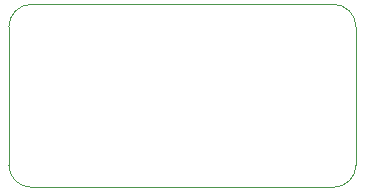
<source format=gko>
G04*
G04 #@! TF.GenerationSoftware,Altium Limited,Altium Designer,21.6.4 (81)*
G04*
G04 Layer_Color=16711935*
%FSLAX44Y44*%
%MOMM*%
G71*
G04*
G04 #@! TF.SameCoordinates,886655C1-92EC-40BA-A99E-831138A1A13E*
G04*
G04*
G04 #@! TF.FilePolarity,Positive*
G04*
G01*
G75*
%ADD49C,0.0130*%
%ADD50C,0.0127*%
D49*
X273680Y0D02*
G03*
X292730Y19050I0J19050D01*
G01*
D50*
Y135890D02*
G03*
X273680Y154940I-19050J0D01*
G01*
X17780D02*
G03*
X-1270Y135890I0J-19050D01*
G01*
Y19050D02*
G03*
X17780Y0I19050J0D01*
G01*
X273680D01*
X-1270Y19050D02*
Y135890D01*
X17780Y154940D02*
X273680D01*
X292730Y19050D02*
Y135890D01*
M02*

</source>
